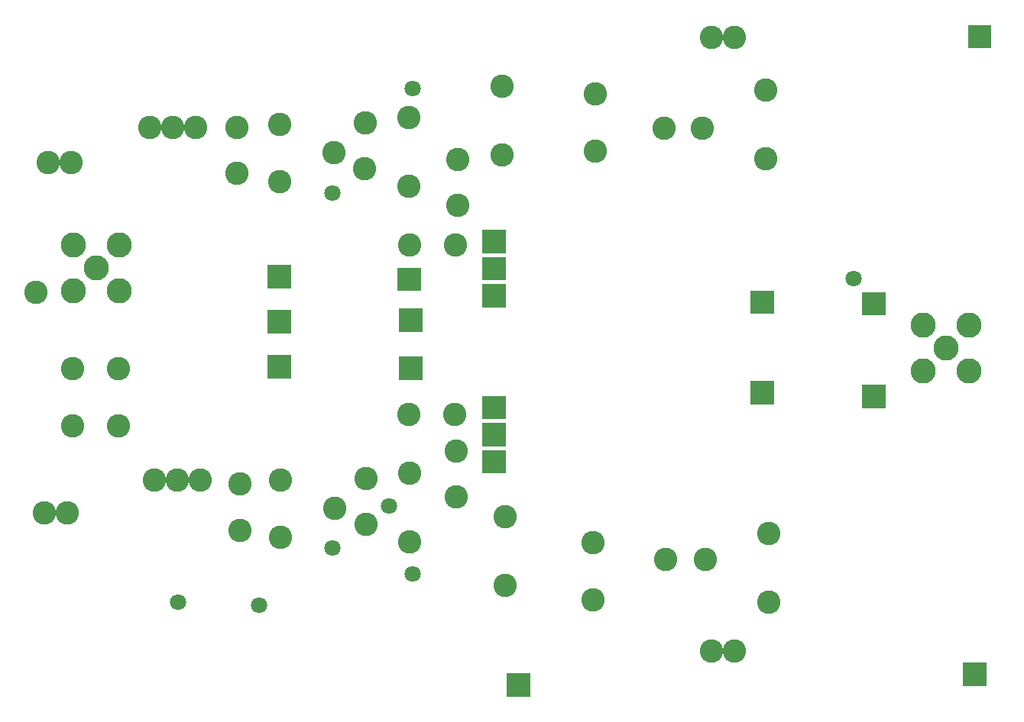
<source format=gbr>
%FSLAX34Y34*%
%MOMM*%
%LNSOLDERMASK_BOTTOM*%
G71*
G01*
%ADD10C,2.800*%
%ADD11C,2.600*%
%ADD12C,2.600*%
%ADD13C,1.800*%
%LPD*%
X-654813Y-129388D02*
G54D10*
D03*
X-604013Y-129388D02*
G54D10*
D03*
X-629413Y-154788D02*
G54D10*
D03*
X-604013Y-180188D02*
G54D10*
D03*
X-654813Y-180188D02*
G54D10*
D03*
X-564715Y-389880D02*
G54D11*
D03*
X-539315Y-389880D02*
G54D11*
D03*
X-513915Y-389880D02*
G54D11*
D03*
X-469966Y-394674D02*
G54D11*
D03*
X-470078Y-445655D02*
G54D11*
D03*
X-281748Y-382183D02*
G54D11*
D03*
X-281698Y-458433D02*
G54D11*
D03*
X-425015Y-389880D02*
G54D11*
D03*
X-425015Y-453380D02*
G54D11*
D03*
X-364690Y-421630D02*
G54D11*
D03*
X-330532Y-439494D02*
G54D11*
D03*
X-330419Y-388514D02*
G54D11*
D03*
X-282983Y12379D02*
G54D11*
D03*
X-282933Y-63871D02*
G54D11*
D03*
X-426250Y4682D02*
G54D11*
D03*
X-426250Y-58818D02*
G54D11*
D03*
X-365925Y-27068D02*
G54D11*
D03*
X-331500Y6238D02*
G54D11*
D03*
X-331613Y-44743D02*
G54D11*
D03*
G36*
X-201650Y-142650D02*
X-175650Y-142650D01*
X-175650Y-168650D01*
X-201650Y-168650D01*
X-201650Y-142650D01*
G37*
G36*
X-201650Y-172813D02*
X-175650Y-172813D01*
X-175650Y-198813D01*
X-201650Y-198813D01*
X-201650Y-172813D01*
G37*
G36*
X-201650Y-112488D02*
X-175650Y-112488D01*
X-175650Y-138488D01*
X-201650Y-138488D01*
X-201650Y-112488D01*
G37*
G36*
X-201650Y-326800D02*
X-175650Y-326800D01*
X-175650Y-352800D01*
X-201650Y-352800D01*
X-201650Y-326800D01*
G37*
G36*
X-201650Y-356963D02*
X-175650Y-356963D01*
X-175650Y-382963D01*
X-201650Y-382963D01*
X-201650Y-356963D01*
G37*
G36*
X-201650Y-296638D02*
X-175650Y-296638D01*
X-175650Y-322638D01*
X-201650Y-322638D01*
X-201650Y-296638D01*
G37*
X-230867Y-129292D02*
G54D11*
D03*
X-281848Y-129405D02*
G54D11*
D03*
X-231867Y-317668D02*
G54D11*
D03*
X-282848Y-317780D02*
G54D11*
D03*
X-228328Y-85560D02*
G54D11*
D03*
X-228441Y-34580D02*
G54D11*
D03*
X-230507Y-409092D02*
G54D11*
D03*
X-230619Y-358112D02*
G54D11*
D03*
X-180007Y-29495D02*
G54D11*
D03*
X-179957Y46755D02*
G54D11*
D03*
X-176307Y-506995D02*
G54D11*
D03*
X-176257Y-430745D02*
G54D11*
D03*
X-76200Y38100D02*
G54D11*
D03*
X-76200Y-25400D02*
G54D11*
D03*
X-79200Y-459450D02*
G54D11*
D03*
X-79200Y-522950D02*
G54D11*
D03*
X42243Y0D02*
G54D11*
D03*
X0Y0D02*
G54D11*
D03*
X45531Y-478500D02*
G54D11*
D03*
X1700Y-478500D02*
G54D11*
D03*
X77644Y101294D02*
G54D11*
D03*
X52144Y101294D02*
G54D11*
D03*
X112193Y-33795D02*
G54D11*
D03*
X112243Y42455D02*
G54D11*
D03*
G36*
X-439506Y-151356D02*
X-413506Y-151356D01*
X-413506Y-177356D01*
X-439506Y-177356D01*
X-439506Y-151356D01*
G37*
G36*
X-295313Y-154432D02*
X-269313Y-154432D01*
X-269313Y-180432D01*
X-295313Y-180432D01*
X-295313Y-154432D01*
G37*
G36*
X-293725Y-252856D02*
X-267725Y-252856D01*
X-267725Y-278856D01*
X-293725Y-278856D01*
X-293725Y-252856D01*
G37*
X-280725Y-212675D02*
G54D11*
D03*
X-539315Y-389880D02*
G54D11*
D03*
X-470078Y-445655D02*
G54D11*
D03*
X-425015Y-453380D02*
G54D11*
D03*
X-426250Y-58818D02*
G54D11*
D03*
X-330419Y-388514D02*
G54D11*
D03*
X-331613Y-44743D02*
G54D11*
D03*
X42243Y0D02*
G54D11*
D03*
X112193Y-33795D02*
G54D11*
D03*
X45531Y-478500D02*
G54D11*
D03*
G36*
X-439506Y-251369D02*
X-413506Y-251369D01*
X-413506Y-277369D01*
X-439506Y-277369D01*
X-439506Y-251369D01*
G37*
G36*
X-439506Y-201363D02*
X-413506Y-201363D01*
X-413506Y-227363D01*
X-439506Y-227363D01*
X-439506Y-201363D01*
G37*
X-470078Y-445655D02*
G54D11*
D03*
X-330419Y-388514D02*
G54D11*
D03*
X-331613Y-44743D02*
G54D11*
D03*
X112193Y-33795D02*
G54D11*
D03*
X115750Y-525750D02*
G54D11*
D03*
X115800Y-449500D02*
G54D11*
D03*
X-655780Y-266383D02*
G54D12*
D03*
X-604980Y-266383D02*
G54D11*
D03*
X-604980Y-329883D02*
G54D11*
D03*
X-655780Y-329883D02*
G54D11*
D03*
X-604980Y-266383D02*
G54D12*
D03*
X-655780Y-329883D02*
G54D12*
D03*
X-604980Y-329883D02*
G54D12*
D03*
X-695838Y-182125D02*
G54D11*
D03*
X-448746Y-529370D02*
G54D13*
D03*
X-538233Y-525470D02*
G54D13*
D03*
X-367804Y-71725D02*
G54D13*
D03*
X-304507Y-419075D02*
G54D13*
D03*
X-570100Y682D02*
G54D11*
D03*
X-544700Y682D02*
G54D11*
D03*
X-519300Y682D02*
G54D11*
D03*
X-473350Y888D02*
G54D11*
D03*
X-473463Y-50093D02*
G54D11*
D03*
X-544700Y682D02*
G54D11*
D03*
X-473463Y-50093D02*
G54D11*
D03*
X-473463Y-50093D02*
G54D11*
D03*
X-661504Y-426666D02*
G54D11*
D03*
X-687004Y-426666D02*
G54D11*
D03*
X77796Y-579826D02*
G54D11*
D03*
X52296Y-579826D02*
G54D11*
D03*
X112243Y42455D02*
G54D11*
D03*
X-656741Y-37728D02*
G54D11*
D03*
X-682241Y-37728D02*
G54D11*
D03*
X115750Y-525750D02*
G54D11*
D03*
G36*
X-293725Y-199675D02*
X-267725Y-199675D01*
X-267725Y-225675D01*
X-293725Y-225675D01*
X-293725Y-199675D01*
G37*
G36*
X95481Y-179932D02*
X121481Y-179932D01*
X121481Y-205932D01*
X95481Y-205932D01*
X95481Y-179932D01*
G37*
G36*
X95481Y-279944D02*
X121481Y-279944D01*
X121481Y-305944D01*
X95481Y-305944D01*
X95481Y-279944D01*
G37*
G36*
X219306Y-181519D02*
X245306Y-181519D01*
X245306Y-207519D01*
X219306Y-207519D01*
X219306Y-181519D01*
G37*
X232306Y-297706D02*
G54D11*
D03*
X-278904Y44162D02*
G54D13*
D03*
X-278904Y-494000D02*
G54D13*
D03*
X-367804Y-465425D02*
G54D13*
D03*
X210046Y-166975D02*
G54D13*
D03*
G36*
X336514Y114649D02*
X362514Y114649D01*
X362514Y88649D01*
X336514Y88649D01*
X336514Y114649D01*
G37*
G36*
X-174661Y-604488D02*
X-148661Y-604488D01*
X-148661Y-630488D01*
X-174661Y-630488D01*
X-174661Y-604488D01*
G37*
G36*
X330958Y-592582D02*
X356958Y-592582D01*
X356958Y-618582D01*
X330958Y-618582D01*
X330958Y-592582D01*
G37*
X286575Y-218288D02*
G54D10*
D03*
X337375Y-218288D02*
G54D10*
D03*
X311975Y-243688D02*
G54D10*
D03*
X337375Y-269088D02*
G54D10*
D03*
X286575Y-269088D02*
G54D10*
D03*
G36*
X219306Y-284706D02*
X245306Y-284706D01*
X245306Y-310706D01*
X219306Y-310706D01*
X219306Y-284706D01*
G37*
M02*

</source>
